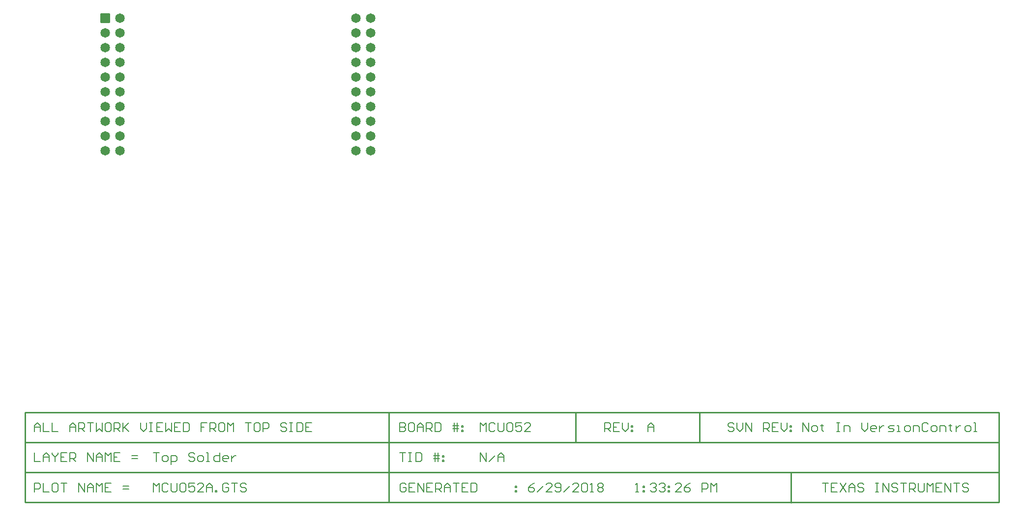
<source format=gts>
G04 Layer_Color=8388736*
%FSAX25Y25*%
%MOIN*%
G70*
G01*
G75*
%ADD10C,0.01000*%
%ADD11C,0.00800*%
%ADD37C,0.06496*%
G04:AMPARAMS|DCode=38|XSize=64.96mil|YSize=64.96mil|CornerRadius=3.8mil|HoleSize=0mil|Usage=FLASHONLY|Rotation=270.000|XOffset=0mil|YOffset=0mil|HoleType=Round|Shape=RoundedRectangle|*
%AMROUNDEDRECTD38*
21,1,0.06496,0.05736,0,0,270.0*
21,1,0.05736,0.06496,0,0,270.0*
1,1,0.00760,-0.02868,-0.02868*
1,1,0.00760,-0.02868,0.02868*
1,1,0.00760,0.02868,0.02868*
1,1,0.00760,0.02868,-0.02868*
%
%ADD38ROUNDEDRECTD38*%
G54D10*
X0497200Y0080717D02*
Y0101050D01*
X0413200Y0080717D02*
Y0101050D01*
X0040000Y0080717D02*
X0700200D01*
X0040000Y0060383D02*
X0700000D01*
X0040000Y0040050D02*
X0440500D01*
X0040050Y0101050D02*
X0700200D01*
X0040050Y0040050D02*
Y0101050D01*
Y0040050D02*
X0197600D01*
X0040000D02*
Y0101050D01*
X0286500Y0040050D02*
Y0101050D01*
X0700200Y0040050D02*
Y0101050D01*
X0440500Y0040050D02*
X0700200D01*
X0559400Y0039400D02*
Y0059683D01*
G54D11*
X0126900Y0073549D02*
X0130899D01*
X0128899D01*
Y0067551D01*
X0133898D02*
X0135897D01*
X0136897Y0068550D01*
Y0070550D01*
X0135897Y0071549D01*
X0133898D01*
X0132898Y0070550D01*
Y0068550D01*
X0133898Y0067551D01*
X0138896Y0065551D02*
Y0071549D01*
X0141895D01*
X0142895Y0070550D01*
Y0068550D01*
X0141895Y0067551D01*
X0138896D01*
X0154891Y0072549D02*
X0153891Y0073549D01*
X0151892D01*
X0150892Y0072549D01*
Y0071549D01*
X0151892Y0070550D01*
X0153891D01*
X0154891Y0069550D01*
Y0068550D01*
X0153891Y0067551D01*
X0151892D01*
X0150892Y0068550D01*
X0157890Y0067551D02*
X0159889D01*
X0160889Y0068550D01*
Y0070550D01*
X0159889Y0071549D01*
X0157890D01*
X0156890Y0070550D01*
Y0068550D01*
X0157890Y0067551D01*
X0162888D02*
X0164888D01*
X0163888D01*
Y0073549D01*
X0162888D01*
X0171885D02*
Y0067551D01*
X0168886D01*
X0167887Y0068550D01*
Y0070550D01*
X0168886Y0071549D01*
X0171885D01*
X0176884Y0067551D02*
X0174884D01*
X0173885Y0068550D01*
Y0070550D01*
X0174884Y0071549D01*
X0176884D01*
X0177884Y0070550D01*
Y0069550D01*
X0173885D01*
X0179883Y0071549D02*
Y0067551D01*
Y0069550D01*
X0180883Y0070550D01*
X0181882Y0071549D01*
X0182882D01*
X0126900Y0073549D02*
X0130899D01*
X0128899D01*
Y0067551D01*
X0133898D02*
X0135897D01*
X0136897Y0068550D01*
Y0070550D01*
X0135897Y0071549D01*
X0133898D01*
X0132898Y0070550D01*
Y0068550D01*
X0133898Y0067551D01*
X0138896Y0065551D02*
Y0071549D01*
X0141895D01*
X0142895Y0070550D01*
Y0068550D01*
X0141895Y0067551D01*
X0138896D01*
X0154891Y0072549D02*
X0153891Y0073549D01*
X0151892D01*
X0150892Y0072549D01*
Y0071549D01*
X0151892Y0070550D01*
X0153891D01*
X0154891Y0069550D01*
Y0068550D01*
X0153891Y0067551D01*
X0151892D01*
X0150892Y0068550D01*
X0157890Y0067551D02*
X0159889D01*
X0160889Y0068550D01*
Y0070550D01*
X0159889Y0071549D01*
X0157890D01*
X0156890Y0070550D01*
Y0068550D01*
X0157890Y0067551D01*
X0162888D02*
X0164888D01*
X0163888D01*
Y0073549D01*
X0162888D01*
X0171885D02*
Y0067551D01*
X0168886D01*
X0167887Y0068550D01*
Y0070550D01*
X0168886Y0071549D01*
X0171885D01*
X0176884Y0067551D02*
X0174884D01*
X0173885Y0068550D01*
Y0070550D01*
X0174884Y0071549D01*
X0176884D01*
X0177884Y0070550D01*
Y0069550D01*
X0173885D01*
X0179883Y0071549D02*
Y0067551D01*
Y0069550D01*
X0180883Y0070550D01*
X0181882Y0071549D01*
X0182882D01*
X0567400Y0087833D02*
Y0093831D01*
X0571399Y0087833D01*
Y0093831D01*
X0574398Y0087833D02*
X0576397D01*
X0577397Y0088833D01*
Y0090832D01*
X0576397Y0091832D01*
X0574398D01*
X0573398Y0090832D01*
Y0088833D01*
X0574398Y0087833D01*
X0580396Y0092832D02*
Y0091832D01*
X0579396D01*
X0581395D01*
X0580396D01*
Y0088833D01*
X0581395Y0087833D01*
X0590393Y0093831D02*
X0592392D01*
X0591392D01*
Y0087833D01*
X0590393D01*
X0592392D01*
X0595391D02*
Y0091832D01*
X0598390D01*
X0599390Y0090832D01*
Y0087833D01*
X0607387Y0093831D02*
Y0089833D01*
X0609386Y0087833D01*
X0611386Y0089833D01*
Y0093831D01*
X0616384Y0087833D02*
X0614385D01*
X0613385Y0088833D01*
Y0090832D01*
X0614385Y0091832D01*
X0616384D01*
X0617384Y0090832D01*
Y0089833D01*
X0613385D01*
X0619383Y0091832D02*
Y0087833D01*
Y0089833D01*
X0620383Y0090832D01*
X0621383Y0091832D01*
X0622382D01*
X0625381Y0087833D02*
X0628380D01*
X0629380Y0088833D01*
X0628380Y0089833D01*
X0626381D01*
X0625381Y0090832D01*
X0626381Y0091832D01*
X0629380D01*
X0631379Y0087833D02*
X0633379D01*
X0632379D01*
Y0091832D01*
X0631379D01*
X0637377Y0087833D02*
X0639377D01*
X0640376Y0088833D01*
Y0090832D01*
X0639377Y0091832D01*
X0637377D01*
X0636378Y0090832D01*
Y0088833D01*
X0637377Y0087833D01*
X0642376D02*
Y0091832D01*
X0645375D01*
X0646374Y0090832D01*
Y0087833D01*
X0652373Y0092832D02*
X0651373Y0093831D01*
X0649373D01*
X0648374Y0092832D01*
Y0088833D01*
X0649373Y0087833D01*
X0651373D01*
X0652373Y0088833D01*
X0655372Y0087833D02*
X0657371D01*
X0658371Y0088833D01*
Y0090832D01*
X0657371Y0091832D01*
X0655372D01*
X0654372Y0090832D01*
Y0088833D01*
X0655372Y0087833D01*
X0660370D02*
Y0091832D01*
X0663369D01*
X0664369Y0090832D01*
Y0087833D01*
X0667368Y0092832D02*
Y0091832D01*
X0666368D01*
X0668367D01*
X0667368D01*
Y0088833D01*
X0668367Y0087833D01*
X0671366Y0091832D02*
Y0087833D01*
Y0089833D01*
X0672366Y0090832D01*
X0673366Y0091832D01*
X0674365D01*
X0678364Y0087833D02*
X0680364D01*
X0681363Y0088833D01*
Y0090832D01*
X0680364Y0091832D01*
X0678364D01*
X0677364Y0090832D01*
Y0088833D01*
X0678364Y0087833D01*
X0683362D02*
X0685362D01*
X0684362D01*
Y0093831D01*
X0683362D01*
X0520799Y0092832D02*
X0519799Y0093831D01*
X0517800D01*
X0516800Y0092832D01*
Y0091832D01*
X0517800Y0090832D01*
X0519799D01*
X0520799Y0089833D01*
Y0088833D01*
X0519799Y0087833D01*
X0517800D01*
X0516800Y0088833D01*
X0522798Y0093831D02*
Y0089833D01*
X0524797Y0087833D01*
X0526797Y0089833D01*
Y0093831D01*
X0528796Y0087833D02*
Y0093831D01*
X0532795Y0087833D01*
Y0093831D01*
X0540792Y0087833D02*
Y0093831D01*
X0543791D01*
X0544791Y0092832D01*
Y0090832D01*
X0543791Y0089833D01*
X0540792D01*
X0542792D02*
X0544791Y0087833D01*
X0550789Y0093831D02*
X0546790D01*
Y0087833D01*
X0550789D01*
X0546790Y0090832D02*
X0548790D01*
X0552788Y0093831D02*
Y0089833D01*
X0554788Y0087833D01*
X0556787Y0089833D01*
Y0093831D01*
X0558786Y0091832D02*
X0559786D01*
Y0090832D01*
X0558786D01*
Y0091832D01*
Y0088833D02*
X0559786D01*
Y0087833D01*
X0558786D01*
Y0088833D01*
X0433000Y0087833D02*
Y0093831D01*
X0435999D01*
X0436999Y0092832D01*
Y0090832D01*
X0435999Y0089833D01*
X0433000D01*
X0434999D02*
X0436999Y0087833D01*
X0442997Y0093831D02*
X0438998D01*
Y0087833D01*
X0442997D01*
X0438998Y0090832D02*
X0440997D01*
X0444996Y0093831D02*
Y0089833D01*
X0446995Y0087833D01*
X0448995Y0089833D01*
Y0093831D01*
X0450994Y0091832D02*
X0451994D01*
Y0090832D01*
X0450994D01*
Y0091832D01*
Y0088833D02*
X0451994D01*
Y0087833D01*
X0450994D01*
Y0088833D01*
X0126900Y0046966D02*
Y0052965D01*
X0128899Y0050965D01*
X0130899Y0052965D01*
Y0046966D01*
X0136897Y0051965D02*
X0135897Y0052965D01*
X0133898D01*
X0132898Y0051965D01*
Y0047966D01*
X0133898Y0046966D01*
X0135897D01*
X0136897Y0047966D01*
X0138896Y0052965D02*
Y0047966D01*
X0139896Y0046966D01*
X0141895D01*
X0142895Y0047966D01*
Y0052965D01*
X0144894Y0051965D02*
X0145894Y0052965D01*
X0147893D01*
X0148893Y0051965D01*
Y0047966D01*
X0147893Y0046966D01*
X0145894D01*
X0144894Y0047966D01*
Y0051965D01*
X0154891Y0052965D02*
X0150892D01*
Y0049966D01*
X0152892Y0050965D01*
X0153891D01*
X0154891Y0049966D01*
Y0047966D01*
X0153891Y0046966D01*
X0151892D01*
X0150892Y0047966D01*
X0160889Y0046966D02*
X0156890D01*
X0160889Y0050965D01*
Y0051965D01*
X0159889Y0052965D01*
X0157890D01*
X0156890Y0051965D01*
X0162888Y0046966D02*
Y0050965D01*
X0164888Y0052965D01*
X0166887Y0050965D01*
Y0046966D01*
Y0049966D01*
X0162888D01*
X0168886Y0046966D02*
Y0047966D01*
X0169886D01*
Y0046966D01*
X0168886D01*
X0177884Y0051965D02*
X0176884Y0052965D01*
X0174884D01*
X0173885Y0051965D01*
Y0047966D01*
X0174884Y0046966D01*
X0176884D01*
X0177884Y0047966D01*
Y0049966D01*
X0175884D01*
X0179883Y0052965D02*
X0183882D01*
X0181882D01*
Y0046966D01*
X0189880Y0051965D02*
X0188880Y0052965D01*
X0186881D01*
X0185881Y0051965D01*
Y0050965D01*
X0186881Y0049966D01*
X0188880D01*
X0189880Y0048966D01*
Y0047966D01*
X0188880Y0046966D01*
X0186881D01*
X0185881Y0047966D01*
X0385149Y0052965D02*
X0383149Y0051965D01*
X0381150Y0049966D01*
Y0047966D01*
X0382150Y0046966D01*
X0384149D01*
X0385149Y0047966D01*
Y0048966D01*
X0384149Y0049966D01*
X0381150D01*
X0387148Y0046966D02*
X0391147Y0050965D01*
X0397145Y0046966D02*
X0393146D01*
X0397145Y0050965D01*
Y0051965D01*
X0396145Y0052965D01*
X0394146D01*
X0393146Y0051965D01*
X0399144Y0047966D02*
X0400144Y0046966D01*
X0402143D01*
X0403143Y0047966D01*
Y0051965D01*
X0402143Y0052965D01*
X0400144D01*
X0399144Y0051965D01*
Y0050965D01*
X0400144Y0049966D01*
X0403143D01*
X0405142Y0046966D02*
X0409141Y0050965D01*
X0415139Y0046966D02*
X0411140D01*
X0415139Y0050965D01*
Y0051965D01*
X0414139Y0052965D01*
X0412140D01*
X0411140Y0051965D01*
X0417138D02*
X0418138Y0052965D01*
X0420137D01*
X0421137Y0051965D01*
Y0047966D01*
X0420137Y0046966D01*
X0418138D01*
X0417138Y0047966D01*
Y0051965D01*
X0423136Y0046966D02*
X0425136D01*
X0424136D01*
Y0052965D01*
X0423136Y0051965D01*
X0428135D02*
X0429135Y0052965D01*
X0431134D01*
X0432133Y0051965D01*
Y0050965D01*
X0431134Y0049966D01*
X0432133Y0048966D01*
Y0047966D01*
X0431134Y0046966D01*
X0429135D01*
X0428135Y0047966D01*
Y0048966D01*
X0429135Y0049966D01*
X0428135Y0050965D01*
Y0051965D01*
X0429135Y0049966D02*
X0431134D01*
X0298199Y0051965D02*
X0297199Y0052965D01*
X0295200D01*
X0294200Y0051965D01*
Y0047966D01*
X0295200Y0046966D01*
X0297199D01*
X0298199Y0047966D01*
Y0049966D01*
X0296199D01*
X0304197Y0052965D02*
X0300198D01*
Y0046966D01*
X0304197D01*
X0300198Y0049966D02*
X0302197D01*
X0306196Y0046966D02*
Y0052965D01*
X0310195Y0046966D01*
Y0052965D01*
X0316193D02*
X0312194D01*
Y0046966D01*
X0316193D01*
X0312194Y0049966D02*
X0314194D01*
X0318192Y0046966D02*
Y0052965D01*
X0321191D01*
X0322191Y0051965D01*
Y0049966D01*
X0321191Y0048966D01*
X0318192D01*
X0320192D02*
X0322191Y0046966D01*
X0324190D02*
Y0050965D01*
X0326190Y0052965D01*
X0328189Y0050965D01*
Y0046966D01*
Y0049966D01*
X0324190D01*
X0330188Y0052965D02*
X0334187D01*
X0332188D01*
Y0046966D01*
X0340185Y0052965D02*
X0336186D01*
Y0046966D01*
X0340185D01*
X0336186Y0049966D02*
X0338186D01*
X0342184Y0052965D02*
Y0046966D01*
X0345183D01*
X0346183Y0047966D01*
Y0051965D01*
X0345183Y0052965D01*
X0342184D01*
X0372175Y0050965D02*
X0373175D01*
Y0049966D01*
X0372175D01*
Y0050965D01*
Y0047966D02*
X0373175D01*
Y0046966D01*
X0372175D01*
Y0047966D01*
X0046350Y0087833D02*
Y0091832D01*
X0048349Y0093831D01*
X0050349Y0091832D01*
Y0087833D01*
Y0090832D01*
X0046350D01*
X0052348Y0093831D02*
Y0087833D01*
X0056347D01*
X0058346Y0093831D02*
Y0087833D01*
X0062345D01*
X0070342D02*
Y0091832D01*
X0072342Y0093831D01*
X0074341Y0091832D01*
Y0087833D01*
Y0090832D01*
X0070342D01*
X0076340Y0087833D02*
Y0093831D01*
X0079339D01*
X0080339Y0092832D01*
Y0090832D01*
X0079339Y0089833D01*
X0076340D01*
X0078340D02*
X0080339Y0087833D01*
X0082338Y0093831D02*
X0086337D01*
X0084338D01*
Y0087833D01*
X0088336Y0093831D02*
Y0087833D01*
X0090336Y0089833D01*
X0092335Y0087833D01*
Y0093831D01*
X0097334D02*
X0095334D01*
X0094335Y0092832D01*
Y0088833D01*
X0095334Y0087833D01*
X0097334D01*
X0098333Y0088833D01*
Y0092832D01*
X0097334Y0093831D01*
X0100332Y0087833D02*
Y0093831D01*
X0103332D01*
X0104331Y0092832D01*
Y0090832D01*
X0103332Y0089833D01*
X0100332D01*
X0102332D02*
X0104331Y0087833D01*
X0106331Y0093831D02*
Y0087833D01*
Y0089833D01*
X0110329Y0093831D01*
X0107330Y0090832D01*
X0110329Y0087833D01*
X0118327Y0093831D02*
Y0089833D01*
X0120326Y0087833D01*
X0122325Y0089833D01*
Y0093831D01*
X0124325D02*
X0126324D01*
X0125324D01*
Y0087833D01*
X0124325D01*
X0126324D01*
X0133322Y0093831D02*
X0129323D01*
Y0087833D01*
X0133322D01*
X0129323Y0090832D02*
X0131323D01*
X0135321Y0093831D02*
Y0087833D01*
X0137321Y0089833D01*
X0139320Y0087833D01*
Y0093831D01*
X0145318D02*
X0141319D01*
Y0087833D01*
X0145318D01*
X0141319Y0090832D02*
X0143319D01*
X0147317Y0093831D02*
Y0087833D01*
X0150316D01*
X0151316Y0088833D01*
Y0092832D01*
X0150316Y0093831D01*
X0147317D01*
X0163312D02*
X0159313D01*
Y0090832D01*
X0161313D01*
X0159313D01*
Y0087833D01*
X0165312D02*
Y0093831D01*
X0168310D01*
X0169310Y0092832D01*
Y0090832D01*
X0168310Y0089833D01*
X0165312D01*
X0167311D02*
X0169310Y0087833D01*
X0174309Y0093831D02*
X0172309D01*
X0171310Y0092832D01*
Y0088833D01*
X0172309Y0087833D01*
X0174309D01*
X0175308Y0088833D01*
Y0092832D01*
X0174309Y0093831D01*
X0177308Y0087833D02*
Y0093831D01*
X0179307Y0091832D01*
X0181306Y0093831D01*
Y0087833D01*
X0189304Y0093831D02*
X0193303D01*
X0191303D01*
Y0087833D01*
X0198301Y0093831D02*
X0196301D01*
X0195302Y0092832D01*
Y0088833D01*
X0196301Y0087833D01*
X0198301D01*
X0199301Y0088833D01*
Y0092832D01*
X0198301Y0093831D01*
X0201300Y0087833D02*
Y0093831D01*
X0204299D01*
X0205299Y0092832D01*
Y0090832D01*
X0204299Y0089833D01*
X0201300D01*
X0217295Y0092832D02*
X0216295Y0093831D01*
X0214296D01*
X0213296Y0092832D01*
Y0091832D01*
X0214296Y0090832D01*
X0216295D01*
X0217295Y0089833D01*
Y0088833D01*
X0216295Y0087833D01*
X0214296D01*
X0213296Y0088833D01*
X0219294Y0093831D02*
X0221293D01*
X0220294D01*
Y0087833D01*
X0219294D01*
X0221293D01*
X0224292Y0093831D02*
Y0087833D01*
X0227291D01*
X0228291Y0088833D01*
Y0092832D01*
X0227291Y0093831D01*
X0224292D01*
X0234289D02*
X0230291D01*
Y0087833D01*
X0234289D01*
X0230291Y0090832D02*
X0232290D01*
X0462150Y0087833D02*
Y0091832D01*
X0464149Y0093831D01*
X0466149Y0091832D01*
Y0087833D01*
Y0090832D01*
X0462150D01*
X0348550Y0087833D02*
Y0093831D01*
X0350549Y0091832D01*
X0352549Y0093831D01*
Y0087833D01*
X0358547Y0092832D02*
X0357547Y0093831D01*
X0355548D01*
X0354548Y0092832D01*
Y0088833D01*
X0355548Y0087833D01*
X0357547D01*
X0358547Y0088833D01*
X0360546Y0093831D02*
Y0088833D01*
X0361546Y0087833D01*
X0363545D01*
X0364545Y0088833D01*
Y0093831D01*
X0366544Y0092832D02*
X0367544Y0093831D01*
X0369543D01*
X0370543Y0092832D01*
Y0088833D01*
X0369543Y0087833D01*
X0367544D01*
X0366544Y0088833D01*
Y0092832D01*
X0376541Y0093831D02*
X0372542D01*
Y0090832D01*
X0374542Y0091832D01*
X0375541D01*
X0376541Y0090832D01*
Y0088833D01*
X0375541Y0087833D01*
X0373542D01*
X0372542Y0088833D01*
X0382539Y0087833D02*
X0378540D01*
X0382539Y0091832D01*
Y0092832D01*
X0381539Y0093831D01*
X0379540D01*
X0378540Y0092832D01*
X0294000Y0093831D02*
Y0087833D01*
X0296999D01*
X0297999Y0088833D01*
Y0089833D01*
X0296999Y0090832D01*
X0294000D01*
X0296999D01*
X0297999Y0091832D01*
Y0092832D01*
X0296999Y0093831D01*
X0294000D01*
X0302997D02*
X0300998D01*
X0299998Y0092832D01*
Y0088833D01*
X0300998Y0087833D01*
X0302997D01*
X0303997Y0088833D01*
Y0092832D01*
X0302997Y0093831D01*
X0305996Y0087833D02*
Y0091832D01*
X0307996Y0093831D01*
X0309995Y0091832D01*
Y0087833D01*
Y0090832D01*
X0305996D01*
X0311994Y0087833D02*
Y0093831D01*
X0314993D01*
X0315993Y0092832D01*
Y0090832D01*
X0314993Y0089833D01*
X0311994D01*
X0313994D02*
X0315993Y0087833D01*
X0317992Y0093831D02*
Y0087833D01*
X0320991D01*
X0321991Y0088833D01*
Y0092832D01*
X0320991Y0093831D01*
X0317992D01*
X0330988Y0087833D02*
Y0093831D01*
X0332987D02*
Y0087833D01*
X0329988Y0091832D02*
X0332987D01*
X0333987D01*
X0329988Y0089833D02*
X0333987D01*
X0335986Y0091832D02*
X0336986D01*
Y0090832D01*
X0335986D01*
Y0091832D01*
Y0088833D02*
X0336986D01*
Y0087833D01*
X0335986D01*
Y0088833D01*
X0046350Y0073549D02*
Y0067551D01*
X0050349D01*
X0052348D02*
Y0071549D01*
X0054347Y0073549D01*
X0056347Y0071549D01*
Y0067551D01*
Y0070550D01*
X0052348D01*
X0058346Y0073549D02*
Y0072549D01*
X0060346Y0070550D01*
X0062345Y0072549D01*
Y0073549D01*
X0060346Y0070550D02*
Y0067551D01*
X0068343Y0073549D02*
X0064344D01*
Y0067551D01*
X0068343D01*
X0064344Y0070550D02*
X0066343D01*
X0070342Y0067551D02*
Y0073549D01*
X0073341D01*
X0074341Y0072549D01*
Y0070550D01*
X0073341Y0069550D01*
X0070342D01*
X0072342D02*
X0074341Y0067551D01*
X0082338D02*
Y0073549D01*
X0086337Y0067551D01*
Y0073549D01*
X0088336Y0067551D02*
Y0071549D01*
X0090336Y0073549D01*
X0092335Y0071549D01*
Y0067551D01*
Y0070550D01*
X0088336D01*
X0094335Y0067551D02*
Y0073549D01*
X0096334Y0071549D01*
X0098333Y0073549D01*
Y0067551D01*
X0104331Y0073549D02*
X0100332D01*
Y0067551D01*
X0104331D01*
X0100332Y0070550D02*
X0102332D01*
X0112329Y0069550D02*
X0116327D01*
X0112329Y0071549D02*
X0116327D01*
X0046350Y0046966D02*
Y0052965D01*
X0049349D01*
X0050349Y0051965D01*
Y0049966D01*
X0049349Y0048966D01*
X0046350D01*
X0052348Y0052965D02*
Y0046966D01*
X0056347D01*
X0061345Y0052965D02*
X0059346D01*
X0058346Y0051965D01*
Y0047966D01*
X0059346Y0046966D01*
X0061345D01*
X0062345Y0047966D01*
Y0051965D01*
X0061345Y0052965D01*
X0064344D02*
X0068343D01*
X0066343D01*
Y0046966D01*
X0076340D02*
Y0052965D01*
X0080339Y0046966D01*
Y0052965D01*
X0082338Y0046966D02*
Y0050965D01*
X0084338Y0052965D01*
X0086337Y0050965D01*
Y0046966D01*
Y0049966D01*
X0082338D01*
X0088336Y0046966D02*
Y0052965D01*
X0090336Y0050965D01*
X0092335Y0052965D01*
Y0046966D01*
X0098333Y0052965D02*
X0094335D01*
Y0046966D01*
X0098333D01*
X0094335Y0049966D02*
X0096334D01*
X0106331Y0048966D02*
X0110329D01*
X0106331Y0050965D02*
X0110329D01*
X0454050Y0046966D02*
X0456049D01*
X0455050D01*
Y0052965D01*
X0454050Y0051965D01*
X0459048Y0050965D02*
X0460048D01*
Y0049966D01*
X0459048D01*
Y0050965D01*
Y0047966D02*
X0460048D01*
Y0046966D01*
X0459048D01*
Y0047966D01*
X0464047Y0051965D02*
X0465046Y0052965D01*
X0467046D01*
X0468046Y0051965D01*
Y0050965D01*
X0467046Y0049966D01*
X0466046D01*
X0467046D01*
X0468046Y0048966D01*
Y0047966D01*
X0467046Y0046966D01*
X0465046D01*
X0464047Y0047966D01*
X0470045Y0051965D02*
X0471044Y0052965D01*
X0473044D01*
X0474044Y0051965D01*
Y0050965D01*
X0473044Y0049966D01*
X0472044D01*
X0473044D01*
X0474044Y0048966D01*
Y0047966D01*
X0473044Y0046966D01*
X0471044D01*
X0470045Y0047966D01*
X0476043Y0050965D02*
X0477043D01*
Y0049966D01*
X0476043D01*
Y0050965D01*
Y0047966D02*
X0477043D01*
Y0046966D01*
X0476043D01*
Y0047966D01*
X0485040Y0046966D02*
X0481041D01*
X0485040Y0050965D01*
Y0051965D01*
X0484040Y0052965D01*
X0482041D01*
X0481041Y0051965D01*
X0491038Y0052965D02*
X0489039Y0051965D01*
X0487039Y0049966D01*
Y0047966D01*
X0488039Y0046966D01*
X0490038D01*
X0491038Y0047966D01*
Y0048966D01*
X0490038Y0049966D01*
X0487039D01*
X0499035Y0046966D02*
Y0052965D01*
X0502035D01*
X0503034Y0051965D01*
Y0049966D01*
X0502035Y0048966D01*
X0499035D01*
X0505033Y0046966D02*
Y0052965D01*
X0507033Y0050965D01*
X0509032Y0052965D01*
Y0046966D01*
X0580500Y0052965D02*
X0584499D01*
X0582499D01*
Y0046966D01*
X0590497Y0052965D02*
X0586498D01*
Y0046966D01*
X0590497D01*
X0586498Y0049966D02*
X0588497D01*
X0592496Y0052965D02*
X0596495Y0046966D01*
Y0052965D02*
X0592496Y0046966D01*
X0598494D02*
Y0050965D01*
X0600493Y0052965D01*
X0602493Y0050965D01*
Y0046966D01*
Y0049966D01*
X0598494D01*
X0608491Y0051965D02*
X0607491Y0052965D01*
X0605492D01*
X0604492Y0051965D01*
Y0050965D01*
X0605492Y0049966D01*
X0607491D01*
X0608491Y0048966D01*
Y0047966D01*
X0607491Y0046966D01*
X0605492D01*
X0604492Y0047966D01*
X0616488Y0052965D02*
X0618488D01*
X0617488D01*
Y0046966D01*
X0616488D01*
X0618488D01*
X0621487D02*
Y0052965D01*
X0625486Y0046966D01*
Y0052965D01*
X0631484Y0051965D02*
X0630484Y0052965D01*
X0628484D01*
X0627485Y0051965D01*
Y0050965D01*
X0628484Y0049966D01*
X0630484D01*
X0631484Y0048966D01*
Y0047966D01*
X0630484Y0046966D01*
X0628484D01*
X0627485Y0047966D01*
X0633483Y0052965D02*
X0637482D01*
X0635482D01*
Y0046966D01*
X0639481D02*
Y0052965D01*
X0642480D01*
X0643480Y0051965D01*
Y0049966D01*
X0642480Y0048966D01*
X0639481D01*
X0641480D02*
X0643480Y0046966D01*
X0645479Y0052965D02*
Y0047966D01*
X0646479Y0046966D01*
X0648478D01*
X0649478Y0047966D01*
Y0052965D01*
X0651477Y0046966D02*
Y0052965D01*
X0653476Y0050965D01*
X0655476Y0052965D01*
Y0046966D01*
X0661474Y0052965D02*
X0657475D01*
Y0046966D01*
X0661474D01*
X0657475Y0049966D02*
X0659474D01*
X0663473Y0046966D02*
Y0052965D01*
X0667472Y0046966D01*
Y0052965D01*
X0669471D02*
X0673470D01*
X0671471D01*
Y0046966D01*
X0679468Y0051965D02*
X0678468Y0052965D01*
X0676469D01*
X0675469Y0051965D01*
Y0050965D01*
X0676469Y0049966D01*
X0678468D01*
X0679468Y0048966D01*
Y0047966D01*
X0678468Y0046966D01*
X0676469D01*
X0675469Y0047966D01*
X0294000Y0073498D02*
X0297999D01*
X0295999D01*
Y0067500D01*
X0299998Y0073498D02*
X0301997D01*
X0300998D01*
Y0067500D01*
X0299998D01*
X0301997D01*
X0304996Y0073498D02*
Y0067500D01*
X0307996D01*
X0308995Y0068500D01*
Y0072498D01*
X0307996Y0073498D01*
X0304996D01*
X0317992Y0067500D02*
Y0073498D01*
X0319992D02*
Y0067500D01*
X0316993Y0071499D02*
X0319992D01*
X0320991D01*
X0316993Y0069499D02*
X0320991D01*
X0322991Y0071499D02*
X0323990D01*
Y0070499D01*
X0322991D01*
Y0071499D01*
Y0068500D02*
X0323990D01*
Y0067500D01*
X0322991D01*
Y0068500D01*
X0348550Y0067500D02*
Y0073498D01*
X0352549Y0067500D01*
Y0073498D01*
X0354548Y0067500D02*
X0358547Y0071499D01*
X0360546Y0067500D02*
Y0071499D01*
X0362545Y0073498D01*
X0364545Y0071499D01*
Y0067500D01*
Y0070499D01*
X0360546D01*
G54D37*
X0104200Y0278400D02*
D03*
Y0288400D02*
D03*
Y0298400D02*
D03*
Y0308400D02*
D03*
Y0318400D02*
D03*
Y0328400D02*
D03*
Y0338400D02*
D03*
Y0348400D02*
D03*
Y0358400D02*
D03*
Y0368400D02*
D03*
X0094200Y0278400D02*
D03*
Y0288400D02*
D03*
Y0298400D02*
D03*
Y0308400D02*
D03*
Y0318400D02*
D03*
Y0328400D02*
D03*
Y0338400D02*
D03*
Y0348400D02*
D03*
Y0358400D02*
D03*
X0274200Y0278400D02*
D03*
Y0288400D02*
D03*
Y0298400D02*
D03*
Y0308400D02*
D03*
Y0318400D02*
D03*
Y0328400D02*
D03*
Y0338400D02*
D03*
Y0348400D02*
D03*
Y0358400D02*
D03*
Y0368400D02*
D03*
X0264200Y0278400D02*
D03*
Y0288400D02*
D03*
Y0298400D02*
D03*
Y0308400D02*
D03*
Y0318400D02*
D03*
Y0328400D02*
D03*
Y0338400D02*
D03*
Y0348400D02*
D03*
Y0358400D02*
D03*
Y0368400D02*
D03*
G54D38*
X0094200D02*
D03*
M02*

</source>
